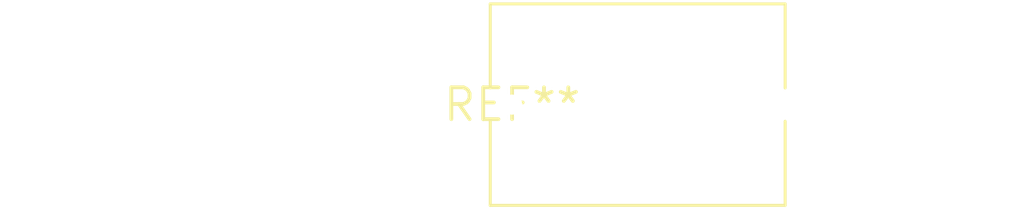
<source format=kicad_pcb>
(kicad_pcb (version 20240108) (generator pcbnew)
  (layers (0 "F.Cu" signal) (31 "B.Cu" signal) (34 "B.Paste" user) (35 "F.Paste" user) (36 "B.SilkS" user "B.Silkscreen") (37 "F.SilkS" user "F.Silkscreen") (38 "B.Mask" user) (39 "F.Mask" user) (44 "Edge.Cuts" user))
  (net 0 "")
  (footprint "C_Rect_L11.5mm_W7.8mm_P10.00mm_MKT" (layer "F.Cu") (at 0 0)
    (property "Reference" "REF**")
    (property "Value" "C_Rect_L11.5mm_W7.8mm_P10.00mm_MKT")
    (fp_line (start -0.87 -4.02) (end -0.87 -0.665) (layer "F.SilkS") (stroke (width 0.12)))
    (fp_line (start -0.87 -4.02) (end 10.87 -4.02) (layer "F.SilkS") (stroke (width 0.12)))
    (fp_line (start -0.87 0.665) (end -0.87 4.02) (layer "F.SilkS") (stroke (width 0.12)))
    (fp_line (start -0.87 4.02) (end 10.87 4.02) (layer "F.SilkS") (stroke (width 0.12)))
    (fp_line (start 10.87 -4.02) (end 10.87 -0.665) (layer "F.SilkS") (stroke (width 0.12)))
    (fp_line (start 10.87 0.665) (end 10.87 4.02) (layer "F.SilkS") (stroke (width 0.12)))
    (pad "1" thru_hole circle (at 0 0) (size 1.6 1.6) (drill 0.8) (layers *.Cu *.Mask) (remove_unused_layers))
    (pad "2" thru_hole circle (at 10 0) (size 1.6 1.6) (drill 0.8) (layers *.Cu *.Mask) (remove_unused_layers))
  )
)
</source>
